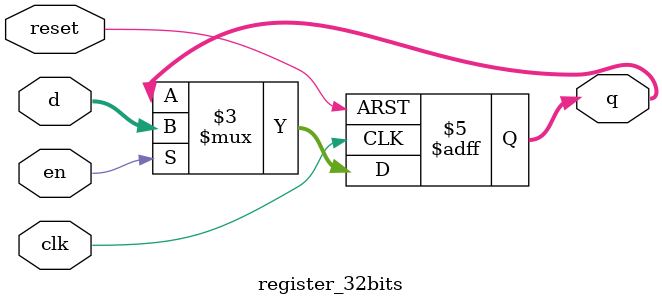
<source format=v>
module register_32bits(q, d, clk, en, reset);
	input [31:0] d;
	input clk, en, reset;
  	output reg [31:0] q;
  
  	initial
     	begin
       	     q = 32'h00000000;
        end
	always @(posedge clk or posedge reset) begin
     	     if (reset) begin
                  q <= 32'h00000000;
     	     end
     	     else if (en) begin
                  q <= d;
     	     end
        end
endmodule
</source>
